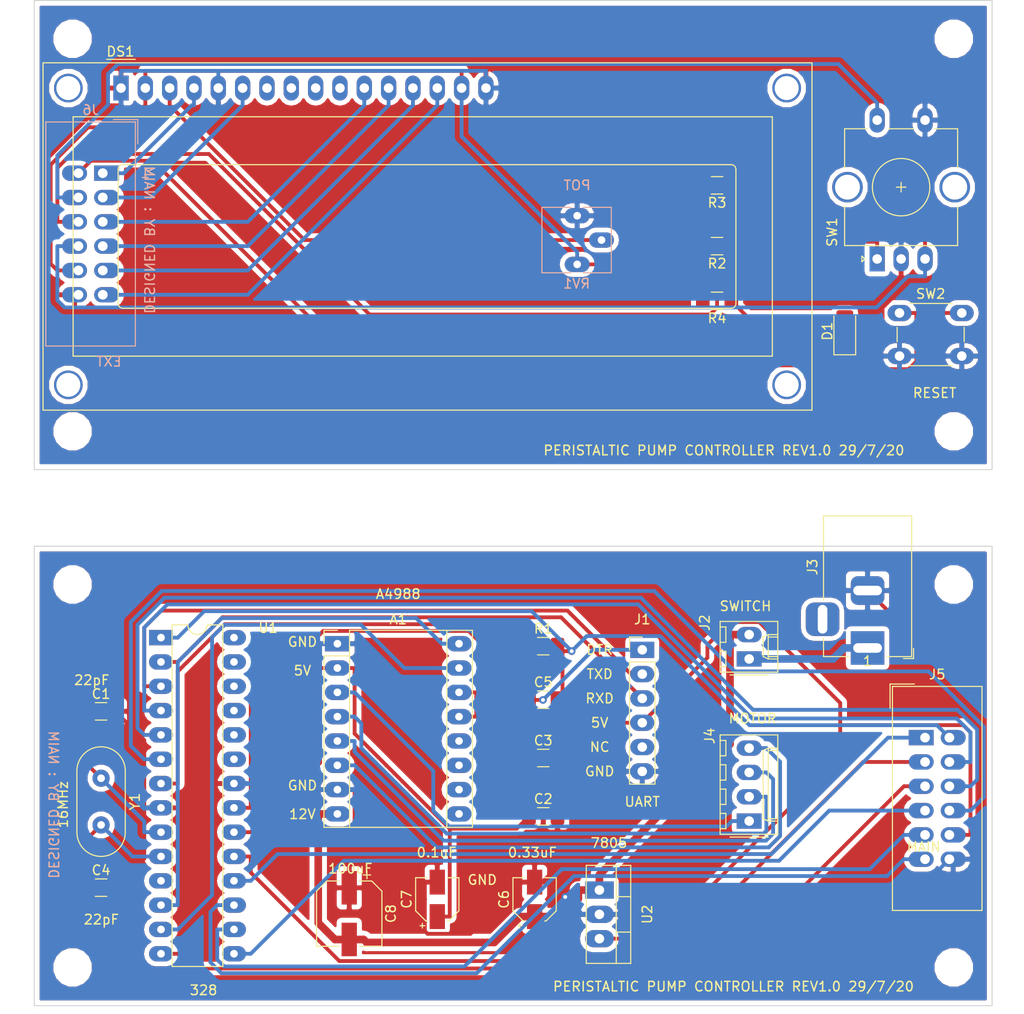
<source format=kicad_pcb>
(kicad_pcb (version 20171130) (host pcbnew "(5.0.1)-rc2")
  (layers (0 F.Cu signal) (31 B.Cu signal) (34 B.Paste user) (35 F.Paste user) (36 B.SilkS user) (37 F.SilkS user) (38 B.Mask user) (39 F.Mask user) (44 Edge.Cuts user))
  (net 0 "")
  (net 1 GND)
  (net 2 +5V)
  (net 3 "Net-(A1-Pad3)")
  (net 4 "Net-(A1-Pad4)")
  (net 5 "Net-(A1-Pad5)")
  (net 6 "Net-(A1-Pad13)")
  (net 7 "Net-(A1-Pad6)")
  (net 8 /D7)
  (net 9 +12V)
  (net 10 /D6)
  (net 11 /XTAL1)
  (net 12 "Net-(C3-Pad1)")
  (net 13 /XTAL2)
  (net 14 /DTR)
  (net 15 /RST)
  (net 16 GNDA)
  (net 17 "Net-(D1-Pad2)")
  (net 18 +5VA)
  (net 19 "Net-(DS1-Pad3)")
  (net 20 /Extension/LCD_RS)
  (net 21 /Extension/LCD_EN)
  (net 22 /Extension/LCD_D4)
  (net 23 /Extension/LCD_D5)
  (net 24 /Extension/LCD_D6)
  (net 25 /Extension/LCD_D7)
  (net 26 /TXD)
  (net 27 /RXD)
  (net 28 /POWER_SWITCH)
  (net 29 /D11)
  (net 30 /D10)
  (net 31 /D4)
  (net 32 /D9)
  (net 33 /D3)
  (net 34 /D8)
  (net 35 /D2)
  (net 36 /D13)
  (net 37 /D12)
  (net 38 /Extension/SW_RST)
  (net 39 /Extension/ENCODER_S1)
  (net 40 /Extension/ENCODER_A)
  (net 41 /Extension/ENCODER_B)
  (module "Peristaltic Pump PCB:Crystal_HC49-4H_Vertical" (layer F.Cu) (at 55.975 141.24 270)
    (fp_text reference Y1 (at 2.44 -3.525 270) (layer F.SilkS))
    (fp_text value 16MHz)
    (pad 1 thru_hole circle (at 0 0 270) (size 1.8 1.8) (drill 0.8) (layers *.Cu *.Mask) (net 11 /XTAL1))
    (pad 2 thru_hole circle (at 4.88 0 270) (size 1.8 1.8) (drill 0.8) (layers *.Cu *.Mask) (net 13 /XTAL2))
  )
  (module MountingHole:MountingHole_3mm (layer F.Cu) (at 145 121)
    (fp_text reference MT8 hide)
    (fp_text value MountingHole_3mm hide)
    (pad 1 np_thru_hole circle (at 0 0) (size 3 3) (drill 3) (layers *.Cu *.Mask))
  )
  (module "Peristaltic Pump PCB:R_1206_3216Metric_Pad1.42x1.75mm_HandSolder" (layer F.Cu) (at 102.14 127.444)
    (fp_text reference R1 (at 0 -1.82) (layer F.SilkS))
    (fp_text value 10K)
    (pad 2 smd roundrect (at 1.4875 0) (size 1.425 1.75) (layers F.Cu F.Paste F.Mask) (roundrect_rratio 0.175439) (net 15 /RST))
    (pad 1 smd roundrect (at -1.4875 0) (size 1.425 1.75) (layers F.Cu F.Paste F.Mask) (roundrect_rratio 0.175439) (net 2 +5V))
  )
  (module "Peristaltic Pump PCB:Molex_KK-254_AE-6410-04A_1x04_P2.54mm_Vertical" (layer F.Cu) (at 123.636 145.715 90)
    (fp_text reference J4 (at 8.89 -4.12 90) (layer F.SilkS))
    (fp_text value NEMA17_Motor)
    (pad 1 thru_hole rect (at 0 0 90) (size 1.6 2.6) (drill 1) (layers *.Cu *.Mask) (net 3 "Net-(A1-Pad3)"))
    (pad 2 thru_hole oval (at 2.54 0 90) (size 1.6 2.6) (drill 1) (layers *.Cu *.Mask) (net 4 "Net-(A1-Pad4)"))
    (pad 3 thru_hole oval (at 5.08 0 90) (size 1.6 2.6) (drill 1) (layers *.Cu *.Mask) (net 5 "Net-(A1-Pad5)"))
    (pad 4 thru_hole oval (at 7.62 0 90) (size 1.6 2.6) (drill 1) (layers *.Cu *.Mask) (net 7 "Net-(A1-Pad6)"))
  )
  (module MountingHole:MountingHole_3mm (layer F.Cu) (at 145 161)
    (fp_text reference MT7 hide)
    (fp_text value MountingHole_3mm)
    (pad 1 np_thru_hole circle (at 0 0) (size 3 3) (drill 3) (layers *.Cu *.Mask))
  )
  (module "Peristaltic Pump PCB:IDC-Header_2x06_P2.54mm_Vertical" (layer F.Cu) (at 142 137)
    (fp_text reference J5 (at 1.27 -6.604) (layer F.SilkS))
    (fp_text value "MAIN BOARD CONN ")
    (pad 12 thru_hole oval (at 2.54 12.7) (size 2.6 1.6) (drill 1.016 (offset 0.4 0)) (layers *.Cu *.Mask) (net 1 GND))
    (pad 11 thru_hole oval (at 0 12.7) (size 2.6 1.6) (drill 1.016 (offset -0.4 0)) (layers *.Cu *.Mask) (net 29 /D11))
    (pad 10 thru_hole oval (at 2.54 10.16) (size 2.6 1.6) (drill 1.016 (offset 0.4 0)) (layers *.Cu *.Mask) (net 2 +5V))
    (pad 9 thru_hole oval (at 0 10.16) (size 2.6 1.6) (drill 1.016 (offset -0.4 0)) (layers *.Cu *.Mask) (net 30 /D10))
    (pad 8 thru_hole oval (at 2.54 7.62) (size 2.6 1.6) (drill 1.016 (offset 0.4 0)) (layers *.Cu *.Mask) (net 31 /D4))
    (pad 7 thru_hole oval (at 0 7.62) (size 2.6 1.6) (drill 1.016 (offset -0.4 0)) (layers *.Cu *.Mask) (net 32 /D9))
    (pad 6 thru_hole oval (at 2.54 5.08) (size 2.6 1.6) (drill 1.016 (offset 0.4 0)) (layers *.Cu *.Mask) (net 33 /D3))
    (pad 5 thru_hole oval (at 0 5.08) (size 2.6 1.6) (drill 1.016 (offset -0.4 0)) (layers *.Cu *.Mask) (net 34 /D8))
    (pad 4 thru_hole oval (at 2.54 2.54) (size 2.6 1.6) (drill 1.016 (offset 0.4 0)) (layers *.Cu *.Mask) (net 35 /D2))
    (pad 3 thru_hole oval (at 0 2.54) (size 2.6 1.6) (drill 1.016 (offset -0.4 0)) (layers *.Cu *.Mask) (net 36 /D13))
    (pad 2 thru_hole oval (at 2.54 0) (size 2.6 1.6) (drill 1.016 (offset 0.4 0)) (layers *.Cu *.Mask) (net 15 /RST))
    (pad 1 thru_hole rect (at 0 0) (size 2.6 1.6) (drill 1.016 (offset -0.4 0)) (layers *.Cu *.Mask) (net 37 /D12))
  )
  (module "Peristaltic Pump PCB:TO-220-3_Vertical" (layer F.Cu) (at 108 152.92 270)
    (fp_text reference U2 (at 2.54 -5 270) (layer F.SilkS))
    (fp_text value LM7805_TO220)
    (pad 3 thru_hole oval (at 5.08 0 270) (size 1.8 3) (drill 1) (layers *.Cu *.Mask) (net 2 +5V))
    (pad 2 thru_hole oval (at 2.54 0 270) (size 1.8 3) (drill 1) (layers *.Cu *.Mask) (net 1 GND))
    (pad 1 thru_hole rect (at 0 0 270) (size 1.8 3) (drill 1) (layers *.Cu *.Mask) (net 9 +12V))
  )
  (module "Peristaltic Pump PCB:CP_Elec_6.3x5.8" (layer F.Cu) (at 81.884 155.384 270)
    (fp_text reference C8 (at 0 -4.35 270) (layer F.SilkS))
    (fp_text value 100uF)
    (pad 1 smd rect (at -2.7 0 270) (size 3.5 1.6) (layers F.Cu F.Paste F.Mask) (net 1 GND))
    (pad 2 smd rect (at 2.7 0 270) (size 3.5 1.6) (layers F.Cu F.Paste F.Mask) (net 9 +12V))
  )
  (module "Peristaltic Pump PCB:Pin_Header_Straight_1x06_Pitch2.54mm" (layer F.Cu) (at 112.475 127.825)
    (fp_text reference J1 (at 0 -3.175) (layer F.SilkS))
    (fp_text value UC00A_UART)
    (pad 1 thru_hole rect (at 0 0) (size 2.5 1.7) (drill 1) (layers *.Cu *.Mask) (net 14 /DTR))
    (pad 2 thru_hole oval (at 0 2.54) (size 2.5 1.7) (drill 1) (layers *.Cu *.Mask) (net 26 /TXD))
    (pad 3 thru_hole oval (at 0 5.08) (size 2.5 1.7) (drill 1) (layers *.Cu *.Mask) (net 27 /RXD))
    (pad 4 thru_hole oval (at 0 7.62) (size 2.5 1.7) (drill 1) (layers *.Cu *.Mask) (net 2 +5V))
    (pad 5 thru_hole oval (at 0 10.16) (size 2.5 1.7) (drill 1) (layers *.Cu *.Mask))
    (pad 6 thru_hole oval (at 0 12.7) (size 2.5 1.7) (drill 1) (layers *.Cu *.Mask) (net 1 GND))
  )
  (module MountingHole:MountingHole_3mm (layer F.Cu) (at 53 121)
    (fp_text reference MT5 hide)
    (fp_text value MountingHole_3mm hide)
    (pad 1 np_thru_hole circle (at 0 0) (size 3 3) (drill 3) (layers *.Cu *.Mask))
  )
  (module "Peristaltic Pump PCB:DIP-28_W7.62mm" (layer F.Cu) (at 62.23 126.555)
    (fp_text reference U1 (at 11.176 -1.016) (layer F.SilkS))
    (fp_text value ATmega328-PU)
    (pad 28 thru_hole oval (at 7.62 0) (size 2.5 1.6) (drill 0.8) (layers *.Cu *.Mask))
    (pad 14 thru_hole oval (at 0 33.02) (size 2.5 1.6) (drill 0.8) (layers *.Cu *.Mask) (net 34 /D8))
    (pad 27 thru_hole oval (at 7.62 2.54) (size 2.5 1.6) (drill 0.8) (layers *.Cu *.Mask))
    (pad 13 thru_hole oval (at 0 30.48) (size 2.5 1.6) (drill 0.8) (layers *.Cu *.Mask) (net 8 /D7))
    (pad 26 thru_hole oval (at 7.62 5.08) (size 2.5 1.6) (drill 0.8) (layers *.Cu *.Mask))
    (pad 12 thru_hole oval (at 0 27.94) (size 2.5 1.6) (drill 0.8) (layers *.Cu *.Mask) (net 10 /D6))
    (pad 25 thru_hole oval (at 7.62 7.62) (size 2.5 1.6) (drill 0.8) (layers *.Cu *.Mask))
    (pad 11 thru_hole oval (at 0 25.4) (size 2.5 1.6) (drill 0.8) (layers *.Cu *.Mask))
    (pad 24 thru_hole oval (at 7.62 10.16) (size 2.5 1.6) (drill 0.8) (layers *.Cu *.Mask))
    (pad 10 thru_hole oval (at 0 22.86) (size 2.5 1.6) (drill 0.8) (layers *.Cu *.Mask) (net 13 /XTAL2))
    (pad 23 thru_hole oval (at 7.62 12.7) (size 2.5 1.6) (drill 0.8) (layers *.Cu *.Mask))
    (pad 9 thru_hole oval (at 0 20.32) (size 2.5 1.6) (drill 0.8) (layers *.Cu *.Mask) (net 11 /XTAL1))
    (pad 22 thru_hole oval (at 7.62 15.24) (size 2.5 1.6) (drill 0.8) (layers *.Cu *.Mask) (net 1 GND))
    (pad 8 thru_hole oval (at 0 17.78) (size 2.5 1.6) (drill 0.8) (layers *.Cu *.Mask) (net 1 GND))
    (pad 21 thru_hole oval (at 7.62 17.78) (size 2.5 1.6) (drill 0.8) (layers *.Cu *.Mask) (net 12 "Net-(C3-Pad1)"))
    (pad 7 thru_hole oval (at 0 15.24) (size 2.5 1.6) (drill 0.8) (layers *.Cu *.Mask) (net 2 +5V))
    (pad 20 thru_hole oval (at 7.62 20.32) (size 2.5 1.6) (drill 0.8) (layers *.Cu *.Mask) (net 2 +5V))
    (pad 6 thru_hole oval (at 0 12.7) (size 2.5 1.6) (drill 0.8) (layers *.Cu *.Mask) (net 31 /D4))
    (pad 19 thru_hole oval (at 7.62 22.86) (size 2.5 1.6) (drill 0.8) (layers *.Cu *.Mask) (net 36 /D13))
    (pad 5 thru_hole oval (at 0 10.16) (size 2.5 1.6) (drill 0.8) (layers *.Cu *.Mask) (net 33 /D3))
    (pad 18 thru_hole oval (at 7.62 25.4) (size 2.5 1.6) (drill 0.8) (layers *.Cu *.Mask) (net 37 /D12))
    (pad 4 thru_hole oval (at 0 7.62) (size 2.5 1.6) (drill 0.8) (layers *.Cu *.Mask) (net 35 /D2))
    (pad 17 thru_hole oval (at 7.62 27.94) (size 2.5 1.6) (drill 0.8) (layers *.Cu *.Mask) (net 29 /D11))
    (pad 3 thru_hole oval (at 0 5.08) (size 2.5 1.6) (drill 0.8) (layers *.Cu *.Mask) (net 26 /TXD))
    (pad 16 thru_hole oval (at 7.62 30.48) (size 2.5 1.6) (drill 0.8) (layers *.Cu *.Mask) (net 30 /D10))
    (pad 2 thru_hole oval (at 0 2.54) (size 2.5 1.6) (drill 0.8) (layers *.Cu *.Mask) (net 27 /RXD))
    (pad 15 thru_hole oval (at 7.62 33.02) (size 2.5 1.6) (drill 0.8) (layers *.Cu *.Mask) (net 32 /D9))
    (pad 1 thru_hole rect (at 0 0) (size 2.5 1.6) (drill 0.8) (layers *.Cu *.Mask) (net 15 /RST))
  )
  (module "Peristaltic Pump PCB:Molex_KK-254_AE-6410-02A_1x02_P2.54mm_Vertical" (layer F.Cu) (at 123.636 128.78 90)
    (fp_text reference J2 (at 3.78 -4.636 90) (layer F.SilkS))
    (fp_text value Power_Switch)
    (pad 1 thru_hole rect (at 0 0 90) (size 1.6 2.6) (drill 1) (layers *.Cu *.Mask) (net 28 /POWER_SWITCH))
    (pad 2 thru_hole oval (at 2.54 0 90) (size 1.6 2.6) (drill 1) (layers *.Cu *.Mask) (net 9 +12V))
  )
  (module "Peristaltic Pump PCB:C_1206_3216Metric_Pad1.42x1.75mm_HandSolder" (layer F.Cu) (at 102.14 145.224)
    (fp_text reference C2 (at 0 -1.82) (layer F.SilkS))
    (fp_text value 100nF)
    (pad 1 smd roundrect (at -1.4875 0) (size 1.425 1.75) (layers F.Cu F.Paste F.Mask) (roundrect_rratio 0.175439) (net 2 +5V))
    (pad 2 smd roundrect (at 1.4875 0) (size 1.425 1.75) (layers F.Cu F.Paste F.Mask) (roundrect_rratio 0.175439) (net 1 GND))
  )
  (module MountingHole:MountingHole_3mm (layer F.Cu) (at 53 161)
    (fp_text reference MT6 hide)
    (fp_text value MountingHole_3mm hide)
    (pad 1 np_thru_hole circle (at 0 0) (size 3 3) (drill 3) (layers *.Cu *.Mask))
  )
  (module "Peristaltic Pump PCB:Pololu_Breakout-16_15.2x20.3mm" (layer F.Cu) (at 80.645 127.19)
    (fp_text reference A1 (at 6.35 -2.54) (layer F.SilkS))
    (fp_text value Pololu_Breakout_A4988)
    (pad 1 thru_hole rect (at 0 0) (size 2.6 1.6) (drill 0.8) (layers *.Cu *.Mask) (net 1 GND))
    (pad 9 thru_hole oval (at 12.7 17.78) (size 2.6 1.6) (drill 0.8) (layers *.Cu *.Mask))
    (pad 2 thru_hole oval (at 0 2.54) (size 2.6 1.6) (drill 0.8) (layers *.Cu *.Mask) (net 2 +5V))
    (pad 10 thru_hole oval (at 12.7 15.24) (size 2.6 1.6) (drill 0.8) (layers *.Cu *.Mask))
    (pad 3 thru_hole oval (at 0 5.08) (size 2.6 1.6) (drill 0.8) (layers *.Cu *.Mask) (net 3 "Net-(A1-Pad3)"))
    (pad 11 thru_hole oval (at 12.7 12.7) (size 2.6 1.6) (drill 0.8) (layers *.Cu *.Mask))
    (pad 4 thru_hole oval (at 0 7.62) (size 2.6 1.6) (drill 0.8) (layers *.Cu *.Mask) (net 4 "Net-(A1-Pad4)"))
    (pad 12 thru_hole oval (at 12.7 10.16) (size 2.6 1.6) (drill 0.8) (layers *.Cu *.Mask))
    (pad 5 thru_hole oval (at 0 10.16) (size 2.6 1.6) (drill 0.8) (layers *.Cu *.Mask) (net 5 "Net-(A1-Pad5)"))
    (pad 13 thru_hole oval (at 12.7 7.62) (size 2.6 1.6) (drill 0.8) (layers *.Cu *.Mask) (net 6 "Net-(A1-Pad13)"))
    (pad 6 thru_hole oval (at 0 12.7) (size 2.6 1.6) (drill 0.8) (layers *.Cu *.Mask) (net 7 "Net-(A1-Pad6)"))
    (pad 14 thru_hole oval (at 12.7 5.08) (size 2.6 1.6) (drill 0.8) (layers *.Cu *.Mask) (net 6 "Net-(A1-Pad13)"))
    (pad 7 thru_hole oval (at 0 15.24) (size 2.6 1.6) (drill 0.8) (layers *.Cu *.Mask) (net 1 GND))
    (pad 15 thru_hole oval (at 12.7 2.54) (size 2.6 1.6) (drill 0.8) (layers *.Cu *.Mask) (net 8 /D7))
    (pad 8 thru_hole oval (at 0 17.78) (size 2.6 1.6) (drill 0.8) (layers *.Cu *.Mask) (net 9 +12V))
    (pad 16 thru_hole oval (at 12.7 0) (size 2.6 1.6) (drill 0.8) (layers *.Cu *.Mask) (net 10 /D6))
  )
  (module "Peristaltic Pump PCB:C_1206_3216Metric_Pad1.42x1.75mm_HandSolder" (layer F.Cu) (at 102.14 133.032)
    (fp_text reference C5 (at 0 -1.82) (layer F.SilkS))
    (fp_text value 100nF)
    (pad 1 smd roundrect (at -1.4875 0) (size 1.425 1.75) (layers F.Cu F.Paste F.Mask) (roundrect_rratio 0.175439) (net 14 /DTR))
    (pad 2 smd roundrect (at 1.4875 0) (size 1.425 1.75) (layers F.Cu F.Paste F.Mask) (roundrect_rratio 0.175439) (net 15 /RST))
  )
  (module "Peristaltic Pump PCB:CP_Elec_4x5.4" (layer F.Cu) (at 91.076 153.892 90)
    (fp_text reference C7 (at 0 -3.2 90) (layer F.SilkS))
    (fp_text value 0.1uF)
    (pad 1 smd rect (at -1.8 0 90) (size 2.6 1.6) (layers F.Cu F.Paste F.Mask) (net 2 +5V))
    (pad 2 smd rect (at 1.8 0 90) (size 2.6 1.6) (layers F.Cu F.Paste F.Mask) (net 1 GND))
  )
  (module "Peristaltic Pump PCB:C_1206_3216Metric_Pad1.42x1.75mm_HandSolder" (layer F.Cu) (at 55.975 134.255)
    (fp_text reference C1 (at 0 -1.82) (layer F.SilkS))
    (fp_text value 22pF)
    (pad 2 smd roundrect (at 1.4875 0) (size 1.425 1.75) (layers F.Cu F.Paste F.Mask) (roundrect_rratio 0.175439) (net 1 GND))
    (pad 1 smd roundrect (at -1.4875 0) (size 1.425 1.75) (layers F.Cu F.Paste F.Mask) (roundrect_rratio 0.175439) (net 11 /XTAL1))
  )
  (module "Peristaltic Pump PCB:C_1206_3216Metric_Pad1.42x1.75mm_HandSolder" (layer F.Cu) (at 55.975 152.67)
    (fp_text reference C4 (at 0 -1.82) (layer F.SilkS))
    (fp_text value 22pF)
    (pad 1 smd roundrect (at -1.4875 0) (size 1.425 1.75) (layers F.Cu F.Paste F.Mask) (roundrect_rratio 0.175439) (net 13 /XTAL2))
    (pad 2 smd roundrect (at 1.4875 0) (size 1.425 1.75) (layers F.Cu F.Paste F.Mask) (roundrect_rratio 0.175439) (net 1 GND))
  )
  (module "Peristaltic Pump PCB:CP_Elec_4x5.4" (layer F.Cu) (at 101.236 153.892 90)
    (fp_text reference C6 (at 0 -3.2 90) (layer F.SilkS))
    (fp_text value 0.33uF)
    (pad 2 smd rect (at 1.8 0 90) (size 2.6 1.6) (layers F.Cu F.Paste F.Mask) (net 1 GND))
    (pad 1 smd rect (at -1.8 0 90) (size 2.6 1.6) (layers F.Cu F.Paste F.Mask) (net 9 +12V))
  )
  (module "Peristaltic Pump PCB:BarrelJack_Horizontal" (layer F.Cu) (at 136 127.635 270)
    (fp_text reference J3 (at -8.45 5.75 270) (layer F.SilkS))
    (fp_text value Barrel_Jack_MountingPin)
    (pad 1 thru_hole rect (at 0 0 270) (size 3.5 3.5) (drill oval 1 3) (layers *.Cu *.Mask) (net 28 /POWER_SWITCH))
    (pad 2 thru_hole roundrect (at -6 0 270) (size 3 3.5) (drill oval 1 3) (layers *.Cu *.Mask) (net 1 GND))
    (pad 3 thru_hole roundrect (at -3 4.7 270) (size 3.5 3.5) (drill oval 3 1) (layers *.Cu *.Mask))
  )
  (module "Peristaltic Pump PCB:C_1206_3216Metric_Pad1.42x1.75mm_HandSolder" (layer F.Cu) (at 102.14 139.128)
    (fp_text reference C3 (at 0 -1.82) (layer F.SilkS))
    (fp_text value 100nF)
    (pad 2 smd roundrect (at 1.4875 0) (size 1.425 1.75) (layers F.Cu F.Paste F.Mask) (roundrect_rratio 0.175439) (net 1 GND))
    (pad 1 smd roundrect (at -1.4875 0) (size 1.425 1.75) (layers F.Cu F.Paste F.Mask) (roundrect_rratio 0.175439) (net 12 "Net-(C3-Pad1)"))
  )
  (module "Peristaltic Pump PCB:IDC-Header_2x06_P2.54mm_Vertical" (layer B.Cu) (at 56.15 78.04 180)
    (fp_text reference J6 (at 1.27 6.604 180) (layer B.SilkS) (effects (justify mirror)))
    (fp_text value "EXTENSION BOARD CONN")
    (pad 1 thru_hole rect (at 0 0 180) (size 2.6 1.6) (drill 1.016 (offset -0.4 0)) (layers *.Cu *.Mask) (net 20 /Extension/LCD_RS))
    (pad 2 thru_hole oval (at 2.54 0 180) (size 2.6 1.6) (drill 1.016 (offset 0.4 0)) (layers *.Cu *.Mask) (net 38 /Extension/SW_RST))
    (pad 3 thru_hole oval (at 0 -2.54 180) (size 2.6 1.6) (drill 1.016 (offset -0.4 0)) (layers *.Cu *.Mask) (net 21 /Extension/LCD_EN))
    (pad 4 thru_hole oval (at 2.54 -2.54 180) (size 2.6 1.6) (drill 1.016 (offset 0.4 0)) (layers *.Cu *.Mask) (net 39 /Extension/ENCODER_S1))
    (pad 5 thru_hole oval (at 0 -5.08 180) (size 2.6 1.6) (drill 1.016 (offset -0.4 0)) (layers *.Cu *.Mask) (net 22 /Extension/LCD_D4))
    (pad 6 thru_hole oval (at 2.54 -5.08 180) (size 2.6 1.6) (drill 1.016 (offset 0.4 0)) (layers *.Cu *.Mask) (net 40 /Extension/ENCODER_A))
    (pad 7 thru_hole oval (at 0 -7.62 180) (size 2.6 1.6) (drill 1.016 (offset -0.4 0)) (layers *.Cu *.Mask) (net 23 /Extension/LCD_D5))
    (pad 8 thru_hole oval (at 2.54 -7.62 180) (size 2.6 1.6) (drill 1.016 (offset 0.4 0)) (layers *.Cu *.Mask) (net 41 /Extension/ENCODER_B))
    (pad 9 thru_hole oval (at 0 -10.16 180) (size 2.6 1.6) (drill 1.016 (offset -0.4 0)) (layers *.Cu *.Mask) (net 24 /Extension/LCD_D6))
    (pad 10 thru_hole oval (at 2.54 -10.16 180) (size 2.6 1.6) (drill 1.016 (offset 0.4 0)) (layers *.Cu *.Mask) (net 18 +5VA))
    (pad 11 thru_hole oval (at 0 -12.7 180) (size 2.6 1.6) (drill 1.016 (offset -0.4 0)) (layers *.Cu *.Mask) (net 25 /Extension/LCD_D7))
    (pad 12 thru_hole oval (at 2.54 -12.7 180) (size 2.6 1.6) (drill 1.016 (offset 0.4 0)) (layers *.Cu *.Mask) (net 16 GNDA))
  )
  (module "Peristaltic Pump PCB:RotaryEncoder_Alps_EC11E-Switch_Vertical_H20mm_CircularMountingHoles" (layer F.Cu) (at 137 87 90)
    (fp_text reference SW1 (at 2.8 -4.7 90) (layer F.SilkS))
    (fp_text value Rotary_Encoder_Switch)
    (pad S2 thru_hole oval (at 14.5 5 90) (size 2.6 1.6) (drill 1) (layers *.Cu *.Mask) (net 16 GNDA))
    (pad S1 thru_hole oval (at 14.5 0 90) (size 2.6 1.6) (drill 1) (layers *.Cu *.Mask) (net 39 /Extension/ENCODER_S1))
    (pad MP thru_hole circle (at 7.5 8.1 90) (size 3.2 3.2) (drill 2.6) (layers *.Cu *.Mask))
    (pad MP thru_hole circle (at 7.5 -3.1 90) (size 3.2 3.2) (drill 2.6) (layers *.Cu *.Mask))
    (pad B thru_hole oval (at 0 5 90) (size 2.6 1.6) (drill 1) (layers *.Cu *.Mask) (net 41 /Extension/ENCODER_B))
    (pad C thru_hole oval (at 0 2.5 90) (size 2.6 1.6) (drill 1) (layers *.Cu *.Mask) (net 16 GNDA))
    (pad A thru_hole rect (at 0 0 90) (size 2.6 1.6) (drill 1) (layers *.Cu *.Mask) (net 40 /Extension/ENCODER_A))
  )
  (module MountingHole:MountingHole_3mm (layer F.Cu) (at 53 64)
    (fp_text reference MT3 hide)
    (fp_text value MountingHole_3mm hide)
    (pad 1 np_thru_hole circle (at 0 0) (size 3 3) (drill 3) (layers *.Cu *.Mask))
  )
  (module MountingHole:MountingHole_3mm (layer F.Cu) (at 145 64)
    (fp_text reference MT2 hide)
    (fp_text value MountingHole_3mm hide)
    (pad 1 np_thru_hole circle (at 0 0) (size 3 3) (drill 3) (layers *.Cu *.Mask))
  )
  (module MountingHole:MountingHole_3mm (layer F.Cu) (at 53 105)
    (fp_text reference MT4 hide)
    (fp_text value MountingHole_3mm hide)
    (pad 1 np_thru_hole circle (at 0 0) (size 3 3) (drill 3) (layers *.Cu *.Mask))
  )
  (module MountingHole:MountingHole_3mm (layer F.Cu) (at 145 105)
    (fp_text reference MT1 hide)
    (fp_text value MountingHole_3mm hide)
    (pad 1 np_thru_hole circle (at 0 0) (size 3 3) (drill 3) (layers *.Cu *.Mask))
  )
  (module "Peristaltic Pump PCB:R_1206_3216Metric_Pad1.42x1.75mm_HandSolder" (layer F.Cu) (at 120.285 85.66 180)
    (fp_text reference R2 (at 0 -1.82 180) (layer F.SilkS))
    (fp_text value 10K)
    (pad 1 smd roundrect (at -1.4875 0 180) (size 1.425 1.75) (layers F.Cu F.Paste F.Mask) (roundrect_rratio 0.175439) (net 40 /Extension/ENCODER_A))
    (pad 2 smd roundrect (at 1.4875 0 180) (size 1.425 1.75) (layers F.Cu F.Paste F.Mask) (roundrect_rratio 0.175439) (net 18 +5VA))
  )
  (module "Peristaltic Pump PCB:R_1206_3216Metric_Pad1.42x1.75mm_HandSolder" (layer F.Cu) (at 120.285 91.375 180)
    (fp_text reference R4 (at 0 -1.82 180) (layer F.SilkS))
    (fp_text value 2.2K)
    (pad 1 smd roundrect (at -1.4875 0 180) (size 1.425 1.75) (layers F.Cu F.Paste F.Mask) (roundrect_rratio 0.175439) (net 17 "Net-(D1-Pad2)"))
    (pad 2 smd roundrect (at 1.4875 0 180) (size 1.425 1.75) (layers F.Cu F.Paste F.Mask) (roundrect_rratio 0.175439) (net 18 +5VA))
  )
  (module "Peristaltic Pump PCB:R_1206_3216Metric_Pad1.42x1.75mm_HandSolder" (layer F.Cu) (at 120.285 79.31 180)
    (fp_text reference R3 (at 0 -1.82 180) (layer F.SilkS))
    (fp_text value 10K)
    (pad 2 smd roundrect (at 1.4875 0 180) (size 1.425 1.75) (layers F.Cu F.Paste F.Mask) (roundrect_rratio 0.175439) (net 18 +5VA))
    (pad 1 smd roundrect (at -1.4875 0 180) (size 1.425 1.75) (layers F.Cu F.Paste F.Mask) (roundrect_rratio 0.175439) (net 41 /Extension/ENCODER_B))
  )
  (module "Peristaltic Pump PCB:WC1602A" (layer F.Cu) (at 58.055 69.15)
    (fp_text reference DS1 (at -0.055 -3.81) (layer F.SilkS))
    (fp_text value LCD_16X2)
    (pad 1 thru_hole rect (at 0 0) (size 1.6 2.6) (drill 1) (layers *.Cu *.Mask) (net 16 GNDA))
    (pad 2 thru_hole oval (at 2.54 0) (size 1.6 2.6) (drill 1) (layers *.Cu *.Mask) (net 18 +5VA))
    (pad 3 thru_hole oval (at 5.08 0) (size 1.6 2.6) (drill 1) (layers *.Cu *.Mask) (net 19 "Net-(DS1-Pad3)"))
    (pad 4 thru_hole oval (at 7.62 0) (size 1.6 2.6) (drill 1) (layers *.Cu *.Mask) (net 20 /Extension/LCD_RS))
    (pad 5 thru_hole oval (at 10.16 0) (size 1.6 2.6) (drill 1) (layers *.Cu *.Mask) (net 16 GNDA))
    (pad 6 thru_hole oval (at 12.7 0) (size 1.6 2.6) (drill 1) (layers *.Cu *.Mask) (net 21 /Extension/LCD_EN))
    (pad 7 thru_hole oval (at 15.24 0) (size 1.6 2.6) (drill 1) (layers *.Cu *.Mask))
    (pad 8 thru_hole oval (at 17.78 0) (size 1.6 2.6) (drill 1) (layers *.Cu *.Mask))
    (pad 9 thru_hole oval (at 20.32 0) (size 1.6 2.6) (drill 1) (layers *.Cu *.Mask))
    (pad 10 thru_hole oval (at 22.86 0) (size 1.6 2.6) (drill 1) (layers *.Cu *.Mask))
    (pad 11 thru_hole oval (at 25.4 0) (size 1.6 2.6) (drill 1) (layers *.Cu *.Mask) (net 22 /Extension/LCD_D4))
    (pad 12 thru_hole oval (at 27.94 0) (size 1.6 2.6) (drill 1) (layers *.Cu *.Mask) (net 23 /Extension/LCD_D5))
    (pad 13 thru_hole oval (at 30.48 0) (size 1.6 2.6) (drill 1) (layers *.Cu *.Mask) (net 24 /Extension/LCD_D6))
    (pad 14 thru_hole oval (at 33.02 0) (size 1.6 2.6) (drill 1) (layers *.Cu *.Mask) (net 25 /Extension/LCD_D7))
    (pad 15 thru_hole oval (at 35.56 0) (size 1.6 2.6) (drill 1) (layers *.Cu *.Mask) (net 18 +5VA))
    (pad 16 thru_hole oval (at 38.1 0) (size 1.6 2.6) (drill 1) (layers *.Cu *.Mask) (net 16 GNDA))
    (pad "" thru_hole circle (at -5.4991 0) (size 3 3) (drill 2.5) (layers *.Cu *.Mask))
    (pad "" thru_hole circle (at -5.4991 31.0007) (size 3 3) (drill 2.5) (layers *.Cu *.Mask))
    (pad "" thru_hole circle (at 69.49948 31.0007) (size 3 3) (drill 2.5) (layers *.Cu *.Mask))
    (pad "" thru_hole circle (at 69.5 0) (size 3 3) (drill 2.5) (layers *.Cu *.Mask))
  )
  (module "Peristaltic Pump PCB:LED_1206_3216Metric_Pad1.42x1.75mm_HandSolder" (layer F.Cu) (at 133.62 94.55 90)
    (fp_text reference D1 (at 0 -1.82 90) (layer F.SilkS))
    (fp_text value LED)
    (pad 1 smd roundrect (at -1.4875 0 90) (size 1.425 1.75) (layers F.Cu F.Paste F.Mask) (roundrect_rratio 0.175439) (net 16 GNDA))
    (pad 2 smd roundrect (at 1.4875 0 90) (size 1.425 1.75) (layers F.Cu F.Paste F.Mask) (roundrect_rratio 0.175439) (net 17 "Net-(D1-Pad2)"))
  )
  (module "Peristaltic Pump PCB:SW_PUSH_6mm" (layer F.Cu) (at 139.335 92.645)
    (fp_text reference SW2 (at 3.25 -2) (layer F.SilkS))
    (fp_text value RESET)
    (pad 2 thru_hole oval (at 0 4.5 90) (size 1.7 2.5) (drill 1) (layers *.Cu *.Mask) (net 16 GNDA))
    (pad 1 thru_hole oval (at 0 0 90) (size 1.7 2.5) (drill 1) (layers *.Cu *.Mask) (net 38 /Extension/SW_RST))
    (pad 2 thru_hole oval (at 6.5 4.5 90) (size 1.7 2.5) (drill 1) (layers *.Cu *.Mask) (net 16 GNDA))
    (pad 1 thru_hole oval (at 6.5 0 90) (size 1.7 2.5) (drill 1) (layers *.Cu *.Mask) (net 38 /Extension/SW_RST))
  )
  (module "Peristaltic Pump PCB:Potentiometer_Vishay_T73YP_Vertical" (layer B.Cu) (at 105.68 82.485)
    (fp_text reference RV1 (at -0.06 7.09) (layer B.SilkS) (effects (justify mirror)))
    (fp_text value R_POT_TRIM_US)
    (pad 3 thru_hole oval (at 0 5.08) (size 2.6 1.6) (drill 0.8) (layers *.Cu *.Mask) (net 18 +5VA))
    (pad 2 thru_hole oval (at 2.54 2.54) (size 2.6 1.6) (drill 0.8) (layers *.Cu *.Mask) (net 19 "Net-(DS1-Pad3)"))
    (pad 1 thru_hole oval (at 0 0) (size 2.6 1.6) (drill 0.8) (layers *.Cu *.Mask) (net 16 GNDA))
  )
  (gr_line (start 49 117) (end 49 165) (layer Edge.Cuts) (width 0.1))
  (gr_line (start 49 165) (end 149 165) (layer Edge.Cuts) (width 0.1))
  (gr_line (start 49 117) (end 149 117) (layer Edge.Cuts) (width 0.1))
  (gr_line (start 149 165) (end 149 117) (layer Edge.Cuts) (width 0.1))
  (gr_text 12V (at 77 145) (layer F.SilkS) (effects (font (size 1 1))))
  (gr_text 5V (at 77 130) (layer F.SilkS) (effects (font (size 1 1))))
  (gr_text GND (at 77 142) (layer F.SilkS) (effects (font (size 1 1))))
  (gr_text GND (at 77 127) (layer F.SilkS) (effects (font (size 1 1))))
  (gr_text DTR (at 108.03 127.825) (layer F.SilkS) (effects (font (size 1 1))))
  (gr_text "PERISTALTIC PUMP CONTROLLER REV1.0 29/7/20" (at 122 163) (layer F.SilkS) (effects (font (size 1 1))))
  (gr_text 1 (at 136 129) (layer F.SilkS) (effects (font (size 1 1))))
  (gr_text 0.1uF (at 91 149) (layer F.SilkS) (effects (font (size 1 1))))
  (gr_text MOTOR (at 124 135) (layer F.SilkS) (effects (font (size 1 1))))
  (gr_text NC (at 108.03 137.985) (layer F.SilkS) (effects (font (size 1 1))))
  (gr_text UART (at 112.475 143.7) (layer F.SilkS) (effects (font (size 1 1))))
  (gr_text GND (at 108.03 140.525) (layer F.SilkS) (effects (font (size 1 1))))
  (gr_text 328 (at 66.675 163.385) (layer F.SilkS) (effects (font (size 1 1))))
  (gr_text RXD (at 108.03 132.905) (layer F.SilkS) (effects (font (size 1 1))))
  (gr_text 5V (at 108.03 135.445) (layer F.SilkS) (effects (font (size 1 1))))
  (gr_text 0.33uF (at 101 149) (layer F.SilkS) (effects (font (size 1 1))))
  (gr_text "DESIGNED BY : NAIM" (at 51 144 270) (layer B.SilkS) (effects (font (size 1 1)) (justify mirror)))
  (gr_text TXD (at 108.03 130.365) (layer F.SilkS) (effects (font (size 1 1))))
  (gr_text MAIN (at 141.86 148.415) (layer F.SilkS) (effects (font (size 1 1))))
  (gr_text GND (at 95.775 151.86) (layer F.SilkS) (effects (font (size 1 1))))
  (gr_text 16MHz (at 52 144 90) (layer F.SilkS) (effects (font (size 1 1))))
  (gr_text 22pF (at 55 131) (layer F.SilkS) (effects (font (size 1 1))))
  (gr_text 7805 (at 109 148) (layer F.SilkS) (effects (font (size 1 1))))
  (gr_text A4988 (at 87 122) (layer F.SilkS) (effects (font (size 1 1))))
  (gr_text SWITCH (at 123.255 123.27) (layer F.SilkS) (effects (font (size 1 1))))
  (gr_text 100uF (at 82 150.685) (layer F.SilkS) (effects (font (size 1 1))))
  (gr_text 22pF (at 56 156) (layer F.SilkS) (effects (font (size 1 1))))
  (gr_line (start 49 109) (end 149 109) (layer Edge.Cuts) (width 0.1))
  (gr_line (start 149 109) (end 149 60) (layer Edge.Cuts) (width 0.1))
  (gr_line (start 149 60) (end 49 60) (layer Edge.Cuts) (width 0.1))
  (gr_line (start 49 60) (end 49 109) (layer Edge.Cuts) (width 0.1))
  (gr_text EXT (at 56.785 97.725) (layer B.SilkS) (effects (font (size 1 1)) (justify mirror)))
  (gr_text RESET (at 143 101) (layer F.SilkS) (effects (font (size 1 1))))
  (gr_text "DESIGNED BY : NAIM" (at 61 85 270) (layer B.SilkS) (effects (font (size 1 1)) (justify mirror)))
  (gr_text POT (at 105.68 79.31) (layer B.SilkS) (effects (font (size 1 1)) (justify mirror)))
  (gr_text 1 (at 60.595 78.04) (layer B.SilkS) (effects (font (size 1 1)) (justify mirror)))
  (gr_text "PERISTALTIC PUMP CONTROLLER REV1.0 29/7/20" (at 121 107) (layer F.SilkS) (effects (font (size 1 1))))
  (via (at 104.4316 153.6428) (size 0.8) (layers F.Cu B.Cu) (net 1))
  (segment (start 105.0245 140.525) (end 103.6275 139.128) (width 0.4) (layer F.Cu) (net 1))
  (segment (start 62.23 144.335) (end 60.4797 144.335) (width 0.4) (layer F.Cu) (net 1))
  (segment (start 77.2271 140.8123) (end 78.8447 142.43) (width 0.4) (layer B.Cu) (net 1))
  (segment (start 80.645 142.43) (end 78.8447 142.43) (width 0.4) (layer B.Cu) (net 1))
  (segment (start 69.85 141.795) (end 71.6003 141.795) (width 0.4) (layer B.Cu) (net 1))
  (segment (start 81.884 152.684) (end 81.884 150.4337) (width 0.4) (layer F.Cu) (net 1))
  (segment (start 112.475 140.525) (end 105.0245 140.525) (width 0.4) (layer F.Cu) (net 1))
  (segment (start 78.8447 139.1947) (end 77.2271 140.8123) (width 0.4) (layer B.Cu) (net 1))
  (segment (start 105.0245 143.827) (end 103.6275 145.224) (width 0.4) (layer F.Cu) (net 1))
  (segment (start 80.645 127.19) (end 78.8447 127.19) (width 0.4) (layer B.Cu) (net 1))
  (segment (start 82.4453 149.8724) (end 81.884 150.4337) (width 0.4) (layer F.Cu) (net 1))
  (segment (start 105.0245 140.525) (end 105.0245 143.827) (width 0.4) (layer F.Cu) (net 1))
  (segment (start 82.4453 142.43) (end 82.4453 149.8724) (width 0.4) (layer F.Cu) (net 1))
  (segment (start 60.4797 149.6528) (end 57.4625 152.67) (width 0.4) (layer F.Cu) (net 1))
  (segment (start 60.4797 137.2722) (end 60.4797 144.335) (width 0.4) (layer F.Cu) (net 1))
  (segment (start 57.4625 134.255) (end 60.4797 137.2722) (width 0.4) (layer F.Cu) (net 1))
  (segment (start 80.645 142.43) (end 82.4453 142.43) (width 0.4) (layer F.Cu) (net 1))
  (segment (start 60.4797 144.335) (end 60.4797 149.6528) (width 0.4) (layer F.Cu) (net 1))
  (segment (start 147.4611 148.9792) (end 147.4611 133.0961) (width 0.4) (layer F.Cu) (net 1))
  (segment (start 146.7403 149.7) (end 147.4611 148.9792) (width 0.4) (layer F.Cu) (net 1))
  (segment (start 65.5597 144.335) (end 62.23 144.335) (width 0.4) (layer F.Cu) (net 1))
  (segment (start 99.9357 152.092) (end 94.5354 157.4923) (width 0.4) (layer F.Cu) (net 1))
  (segment (start 101.6311 152.092) (end 101.236 152.092) (width 0.4) (layer F.Cu) (net 1))
  (segment (start 144.54 149.7) (end 146.7403 149.7) (width 0.4) (layer F.Cu) (net 1))
  (segment (start 68.0997 141.795) (end 65.5597 144.335) (width 0.4) (layer F.Cu) (net 1))
  (segment (start 94.5354 157.4923) (end 90.0665 157.4923) (width 0.4) (layer F.Cu) (net 1))
  (segment (start 101.236 152.092) (end 99.9357 152.092) (width 0.4) (layer F.Cu) (net 1))
  (segment (start 81.884 152.684) (end 83.1843 152.684) (width 0.4) (layer F.Cu) (net 1))
  (segment (start 78.8447 127.19) (end 78.8447 139.1947) (width 0.4) (layer B.Cu) (net 1))
  (segment (start 89.7757 157.2015) (end 89.7757 152.092) (width 0.4) (layer F.Cu) (net 1))
  (segment (start 76.2444 141.795) (end 71.6003 141.795) (width 0.4) (layer B.Cu) (net 1))
  (segment (start 77.2271 140.8123) (end 76.2444 141.795) (width 0.4) (layer B.Cu) (net 1))
  (segment (start 104.0871 153.6428) (end 104.4316 153.6428) (width 0.4) (layer F.Cu) (net 1))
  (segment (start 69.85 141.795) (end 68.0997 141.795) (width 0.4) (layer F.Cu) (net 1))
  (segment (start 101.6311 152.092) (end 102.0262 152.092) (width 0.4) (layer F.Cu) (net 1))
  (segment (start 138.78 155.46) (end 108 155.46) (width 0.4) (layer B.Cu) (net 1))
  (segment (start 144.54 149.7) (end 138.78 155.46) (width 0.4) (layer B.Cu) (net 1))
  (segment (start 91.076 152.092) (end 89.7757 152.092) (width 0.4) (layer F.Cu) (net 1))
  (segment (start 108 155.46) (end 105.9997 155.46) (width 0.4) (layer B.Cu) (net 1))
  (segment (start 102.0262 152.092) (end 102.5363 152.092) (width 0.4) (layer F.Cu) (net 1))
  (segment (start 103.6275 150.4907) (end 103.6275 145.224) (width 0.4) (layer F.Cu) (net 1))
  (segment (start 102.0262 152.092) (end 103.6275 150.4907) (width 0.4) (layer F.Cu) (net 1))
  (segment (start 105.9997 155.2109) (end 104.4316 153.6428) (width 0.4) (layer B.Cu) (net 1))
  (segment (start 105.9997 155.46) (end 105.9997 155.2109) (width 0.4) (layer B.Cu) (net 1))
  (segment (start 102.5363 152.092) (end 104.0871 153.6428) (width 0.4) (layer F.Cu) (net 1))
  (segment (start 90.0665 157.4923) (end 89.7757 157.2015) (width 0.4) (layer F.Cu) (net 1))
  (segment (start 89.7757 152.092) (end 83.7763 152.092) (width 0.4) (layer F.Cu) (net 1))
  (segment (start 147.4611 133.0961) (end 136 121.635) (width 0.4) (layer F.Cu) (net 1))
  (segment (start 83.7763 152.092) (end 83.1843 152.684) (width 0.4) (layer F.Cu) (net 1))
  (segment (start 99.4334 134.0206) (end 99.4334 128.6631) (width 0.4) (layer F.Cu) (net 2))
  (segment (start 102.3572 136.9444) (end 99.4334 134.0206) (width 0.4) (layer F.Cu) (net 2))
  (segment (start 95.9234 125.1531) (end 99.4334 128.6631) (width 0.4) (layer F.Cu) (net 2))
  (segment (start 133.1423 135.6928) (end 133.1423 133.3764) (width 0.4) (layer F.Cu) (net 2))
  (segment (start 133.1423 139.0637) (end 114.206 158) (width 0.4) (layer F.Cu) (net 2))
  (segment (start 102.3572 143.5193) (end 100.6525 145.224) (width 0.4) (layer F.Cu) (net 2))
  (segment (start 121.6605 124.9234) (end 119.2766 127.3073) (width 0.4) (layer F.Cu) (net 2))
  (segment (start 78.8447 129.73) (end 78.8447 139.6306) (width 0.4) (layer F.Cu) (net 2))
  (segment (start 99.4334 128.6631) (end 100.6525 127.444) (width 0.4) (layer F.Cu) (net 2))
  (segment (start 112.475 135.445) (end 103.8566 135.445) (width 0.4) (layer F.Cu) (net 2))
  (segment (start 62.23 141.795) (end 63.9803 141.795) (width 0.4) (layer F.Cu) (net 2))
  (segment (start 69.85 146.875) (end 71.6003 146.875) (width 0.4) (layer F.Cu) (net 2))
  (segment (start 80.645 129.73) (end 78.8447 129.73) (width 0.4) (layer F.Cu) (net 2))
  (segment (start 63.9803 130.0855) (end 68.9127 125.1531) (width 0.4) (layer F.Cu) (net 2))
  (segment (start 114.206 158) (end 108 158) (width 0.4) (layer F.Cu) (net 2))
  (segment (start 133.1423 135.6928) (end 133.1423 139.0637) (width 0.4) (layer F.Cu) (net 2))
  (segment (start 99.3662 146.5103) (end 100.6525 145.224) (width 0.4) (layer F.Cu) (net 2))
  (segment (start 92.3764 146.5103) (end 99.3662 146.5103) (width 0.4) (layer F.Cu) (net 2))
  (segment (start 119.2766 128.6434) (end 112.475 135.445) (width 0.4) (layer F.Cu) (net 2))
  (segment (start 119.2766 127.3073) (end 119.2766 128.6434) (width 0.4) (layer F.Cu) (net 2))
  (segment (start 124.6893 124.9234) (end 121.6605 124.9234) (width 0.4) (layer F.Cu) (net 2))
  (segment (start 68.9127 125.1531) (end 95.9234 125.1531) (width 0.4) (layer F.Cu) (net 2))
  (segment (start 82.4454 129.73) (end 82.4453 129.73) (width 0.4) (layer F.Cu) (net 2))
  (segment (start 63.9803 141.795) (end 63.9803 130.0855) (width 0.4) (layer F.Cu) (net 2))
  (segment (start 133.1423 133.3764) (end 124.6893 124.9234) (width 0.4) (layer F.Cu) (net 2))
  (segment (start 103.8566 135.445) (end 102.3572 136.9444) (width 0.4) (layer F.Cu) (net 2))
  (segment (start 102.3572 136.9444) (end 102.3572 143.5193) (width 0.4) (layer F.Cu) (net 2))
  (segment (start 82.4454 136.5793) (end 82.4454 129.73) (width 0.4) (layer F.Cu) (net 2))
  (segment (start 78.8447 139.6306) (end 71.6003 146.875) (width 0.4) (layer F.Cu) (net 2))
  (segment (start 80.7673 129.73) (end 80.645 129.73) (width 0.4) (layer F.Cu) (net 2))
  (segment (start 92.3764 146.5103) (end 82.4454 136.5793) (width 0.4) (layer F.Cu) (net 2))
  (segment (start 91.076 155.692) (end 92.3763 155.692) (width 0.4) (layer F.Cu) (net 2))
  (segment (start 80.7673 129.73) (end 82.4453 129.73) (width 0.4) (layer F.Cu) (net 2))
  (segment (start 92.3764 155.6919) (end 92.3763 155.692) (width 0.4) (layer F.Cu) (net 2))
  (segment (start 92.3764 146.5103) (end 92.3764 155.6919) (width 0.4) (layer F.Cu) (net 2))
  (segment (start 144.54 147.16) (end 146.7403 147.16) (width 0.4) (layer F.Cu) (net 2))
  (segment (start 146.7403 136.449) (end 146.7403 147.16) (width 0.4) (layer F.Cu) (net 2))
  (segment (start 145.9841 135.6928) (end 146.7403 136.449) (width 0.4) (layer F.Cu) (net 2))
  (segment (start 133.1423 135.6928) (end 145.9841 135.6928) (width 0.4) (layer F.Cu) (net 2))
  (segment (start 121.8357 145.715) (end 121.2715 146.2792) (width 0.4) (layer B.Cu) (net 3))
  (segment (start 123.636 145.715) (end 121.8357 145.715) (width 0.4) (layer B.Cu) (net 3))
  (segment (start 121.2715 146.2792) (end 92.3079 146.2792) (width 0.4) (layer B.Cu) (net 3))
  (segment (start 90.6536 140.4783) (end 82.4453 132.27) (width 0.4) (layer B.Cu) (net 3))
  (segment (start 92.3079 146.2792) (end 90.6537 144.625) (width 0.4) (layer B.Cu) (net 3))
  (segment (start 80.645 132.27) (end 82.4453 132.27) (width 0.4) (layer B.Cu) (net 3))
  (segment (start 90.6537 144.625) (end 90.6537 140.4783) (width 0.4) (layer B.Cu) (net 3))
  (segment (start 90.6537 140.4783) (end 90.6536 140.4783) (width 0.4) (layer B.Cu) (net 3))
  (segment (start 125.1458 147.0154) (end 92.0536 147.0154) (width 0.4) (layer B.Cu) (net 4))
  (segment (start 83.1457 135.5104) (end 82.4453 134.81) (width 0.4) (layer B.Cu) (net 4))
  (segment (start 125.4363 143.175) (end 125.4363 146.7249) (width 0.4) (layer B.Cu) (net 4))
  (segment (start 92.0536 147.0154) (end 83.1457 138.1075) (width 0.4) (layer B.Cu) (net 4))
  (segment (start 123.636 143.175) (end 125.4363 143.175) (width 0.4) (layer B.Cu) (net 4))
  (segment (start 83.1457 138.1075) (end 83.1457 135.5104) (width 0.4) (layer B.Cu) (net 4))
  (segment (start 125.4363 146.7249) (end 125.1458 147.0154) (width 0.4) (layer B.Cu) (net 4))
  (segment (start 80.645 134.81) (end 82.4453 134.81) (width 0.4) (layer B.Cu) (net 4))
  (segment (start 126.1366 147.0149) (end 125.391 147.7605) (width 0.4) (layer B.Cu) (net 5))
  (segment (start 80.645 137.35) (end 82.4453 137.35) (width 0.4) (layer B.Cu) (net 5))
  (segment (start 125.4363 140.635) (end 126.1366 141.3353) (width 0.4) (layer B.Cu) (net 5))
  (segment (start 125.391 147.7605) (end 91.7308 147.7605) (width 0.4) (layer B.Cu) (net 5))
  (segment (start 82.4453 138.475) (end 82.4453 137.35) (width 0.4) (layer B.Cu) (net 5))
  (segment (start 126.1366 141.3353) (end 126.1366 147.0149) (width 0.4) (layer B.Cu) (net 5))
  (segment (start 123.636 140.635) (end 125.4363 140.635) (width 0.4) (layer B.Cu) (net 5))
  (segment (start 91.7308 147.7605) (end 82.4453 138.475) (width 0.4) (layer B.Cu) (net 5))
  (segment (start 95.1453 132.27) (end 95.1453 134.81) (width 0.4) (layer F.Cu) (net 6))
  (segment (start 93.345 134.81) (end 95.1453 134.81) (width 0.4) (layer F.Cu) (net 6))
  (segment (start 93.345 132.27) (end 95.1453 132.27) (width 0.4) (layer F.Cu) (net 6))
  (segment (start 80.645 139.89) (end 82.4453 139.89) (width 0.4) (layer B.Cu) (net 7))
  (segment (start 125.4363 138.095) (end 126.8657 139.5244) (width 0.4) (layer B.Cu) (net 7))
  (segment (start 91.0161 148.4608) (end 82.4453 139.89) (width 0.4) (layer B.Cu) (net 7))
  (segment (start 126.8657 139.5244) (end 126.8657 147.2761) (width 0.4) (layer B.Cu) (net 7))
  (segment (start 123.636 138.095) (end 125.4363 138.095) (width 0.4) (layer B.Cu) (net 7))
  (segment (start 125.681 148.4608) (end 91.0161 148.4608) (width 0.4) (layer B.Cu) (net 7))
  (segment (start 126.8657 147.2761) (end 125.681 148.4608) (width 0.4) (layer B.Cu) (net 7))
  (segment (start 62.23 157.035) (end 63.9803 157.035) (width 0.4) (layer B.Cu) (net 8))
  (segment (start 63.9803 157.035) (end 67.5624 153.4529) (width 0.4) (layer B.Cu) (net 8))
  (segment (start 87.6245 129.73) (end 93.345 129.73) (width 0.4) (layer B.Cu) (net 8))
  (segment (start 83.1114 125.2169) (end 87.6245 129.73) (width 0.4) (layer B.Cu) (net 8))
  (segment (start 68.8594 125.2169) (end 83.1114 125.2169) (width 0.4) (layer B.Cu) (net 8))
  (segment (start 67.5624 126.5139) (end 68.8594 125.2169) (width 0.4) (layer B.Cu) (net 8))
  (segment (start 67.5624 153.4529) (end 67.5624 126.5139) (width 0.4) (layer B.Cu) (net 8))
  (segment (start 108 152.92) (end 105.7997 152.92) (width 0.8) (layer F.Cu) (net 9))
  (segment (start 121.6357 126.24) (end 121.6357 137.684) (width 0.8) (layer F.Cu) (net 9))
  (segment (start 105.7997 153.8308) (end 105.7997 152.92) (width 0.8) (layer F.Cu) (net 9))
  (segment (start 78.6447 156.345) (end 80.3837 158.084) (width 0.8) (layer F.Cu) (net 9))
  (segment (start 121.6357 137.684) (end 108 151.3197) (width 0.8) (layer F.Cu) (net 9))
  (segment (start 101.236 155.692) (end 102.7363 155.692) (width 0.8) (layer F.Cu) (net 9))
  (segment (start 81.884 158.084) (end 83.3843 158.084) (width 0.8) (layer F.Cu) (net 9))
  (segment (start 81.884 158.084) (end 80.3837 158.084) (width 0.8) (layer F.Cu) (net 9))
  (segment (start 97.0348 158.3929) (end 99.7357 155.692) (width 0.8) (layer F.Cu) (net 9))
  (segment (start 123.636 126.24) (end 121.6357 126.24) (width 0.8) (layer F.Cu) (net 9))
  (segment (start 78.6447 144.97) (end 78.6447 156.345) (width 0.8) (layer F.Cu) (net 9))
  (segment (start 83.6932 158.3929) (end 97.0348 158.3929) (width 0.8) (layer F.Cu) (net 9))
  (segment (start 103.9385 155.692) (end 105.7997 153.8308) (width 0.8) (layer F.Cu) (net 9))
  (segment (start 102.7363 155.692) (end 103.9385 155.692) (width 0.8) (layer F.Cu) (net 9))
  (segment (start 108 152.92) (end 108 151.3197) (width 0.8) (layer F.Cu) (net 9))
  (segment (start 83.3843 158.084) (end 83.6932 158.3929) (width 0.8) (layer F.Cu) (net 9))
  (segment (start 101.236 155.692) (end 99.7357 155.692) (width 0.8) (layer F.Cu) (net 9))
  (segment (start 80.645 144.97) (end 78.6447 144.97) (width 0.8) (layer F.Cu) (net 9))
  (segment (start 63.9803 129.103) (end 63.9803 154.495) (width 0.4) (layer B.Cu) (net 10))
  (segment (start 62.23 154.495) (end 63.9803 154.495) (width 0.4) (layer B.Cu) (net 10))
  (segment (start 91.5447 127.19) (end 88.8642 124.5095) (width 0.4) (layer B.Cu) (net 10))
  (segment (start 68.5738 124.5095) (end 63.9803 129.103) (width 0.4) (layer B.Cu) (net 10))
  (segment (start 93.345 127.19) (end 91.5447 127.19) (width 0.4) (layer B.Cu) (net 10))
  (segment (start 88.8642 124.5095) (end 68.5738 124.5095) (width 0.4) (layer B.Cu) (net 10))
  (segment (start 60.4797 145.7447) (end 55.975 141.24) (width 0.4) (layer B.Cu) (net 11))
  (segment (start 60.4797 146.875) (end 60.4797 145.7447) (width 0.4) (layer B.Cu) (net 11))
  (segment (start 62.23 146.875) (end 60.4797 146.875) (width 0.4) (layer B.Cu) (net 11))
  (segment (start 54.4875 139.7525) (end 54.4875 134.255) (width 0.4) (layer F.Cu) (net 11))
  (segment (start 55.975 141.24) (end 54.4875 139.7525) (width 0.4) (layer F.Cu) (net 11))
  (segment (start 71.6003 133.425) (end 79.1717 125.8536) (width 0.4) (layer F.Cu) (net 12))
  (segment (start 71.6003 144.335) (end 71.6003 133.425) (width 0.4) (layer F.Cu) (net 12))
  (segment (start 97.7604 136.2359) (end 100.6525 139.128) (width 0.4) (layer F.Cu) (net 12))
  (segment (start 69.85 144.335) (end 71.6003 144.335) (width 0.4) (layer F.Cu) (net 12))
  (segment (start 94.3476 125.8536) (end 97.7604 129.2664) (width 0.4) (layer F.Cu) (net 12))
  (segment (start 97.7604 129.2664) (end 97.7604 136.2359) (width 0.4) (layer F.Cu) (net 12))
  (segment (start 79.1717 125.8536) (end 94.3476 125.8536) (width 0.4) (layer F.Cu) (net 12))
  (segment (start 59.27 149.415) (end 55.975 146.12) (width 0.4) (layer B.Cu) (net 13))
  (segment (start 55.975 146.12) (end 54.4875 147.6075) (width 0.4) (layer F.Cu) (net 13))
  (segment (start 62.23 149.415) (end 59.27 149.415) (width 0.4) (layer B.Cu) (net 13))
  (segment (start 54.4875 147.6075) (end 54.4875 152.67) (width 0.4) (layer F.Cu) (net 13))
  (via (at 102.1103 133.0625) (size 0.8) (layers F.Cu B.Cu) (net 14))
  (segment (start 100.683 133.0625) (end 100.6525 133.032) (width 0.4) (layer F.Cu) (net 14))
  (segment (start 107.3478 127.825) (end 102.1103 133.0625) (width 0.4) (layer B.Cu) (net 14))
  (segment (start 112.475 127.825) (end 107.3478 127.825) (width 0.4) (layer B.Cu) (net 14))
  (segment (start 102.1103 133.0625) (end 100.683 133.0625) (width 0.4) (layer F.Cu) (net 14))
  (via (at 105.1064 127.9672) (size 0.8) (layers F.Cu B.Cu) (net 15))
  (segment (start 104.1507 127.9672) (end 103.6275 127.444) (width 0.4) (layer F.Cu) (net 15))
  (segment (start 104.1507 127.9672) (end 104.1507 132.5088) (width 0.4) (layer F.Cu) (net 15))
  (segment (start 105.1064 127.9672) (end 104.1507 127.9672) (width 0.4) (layer F.Cu) (net 15))
  (segment (start 62.23 126.555) (end 63.9803 126.555) (width 0.4) (layer B.Cu) (net 15))
  (segment (start 144.54 137) (end 143.2396 135.6996) (width 0.4) (layer B.Cu) (net 15))
  (segment (start 123.6679 135.6996) (end 114.3598 126.3915) (width 0.4) (layer B.Cu) (net 15))
  (segment (start 106.6821 126.3915) (end 105.1064 127.9672) (width 0.4) (layer B.Cu) (net 15))
  (segment (start 114.3598 126.3915) (end 106.6821 126.3915) (width 0.4) (layer B.Cu) (net 15))
  (segment (start 143.2396 135.6996) (end 123.6679 135.6996) (width 0.4) (layer B.Cu) (net 15))
  (segment (start 100.9316 123.7924) (end 105.1064 127.9672) (width 0.4) (layer B.Cu) (net 15))
  (segment (start 66.7429 123.7924) (end 100.9316 123.7924) (width 0.4) (layer B.Cu) (net 15))
  (segment (start 63.9803 126.555) (end 66.7429 123.7924) (width 0.4) (layer B.Cu) (net 15))
  (segment (start 104.1507 132.5088) (end 103.6275 133.032) (width 0.4) (layer F.Cu) (net 15))
  (segment (start 96.155 67.3497) (end 68.215 67.3497) (width 0.4) (layer B.Cu) (net 16))
  (segment (start 58.055 69.15) (end 58.055 70.9503) (width 0.4) (layer F.Cu) (net 16))
  (segment (start 136.7853 82.485) (end 136.7853 79.515) (width 0.4) (layer B.Cu) (net 16))
  (segment (start 96.155 69.15) (end 96.155 67.3497) (width 0.4) (layer B.Cu) (net 16))
  (segment (start 50.0069 76.8703) (end 50.0069 89.3372) (width 0.4) (layer F.Cu) (net 16))
  (segment (start 55.9269 70.9503) (end 50.0069 76.8703) (width 0.4) (layer F.Cu) (net 16))
  (segment (start 50.0069 89.3372) (end 51.4097 90.74) (width 0.4) (layer F.Cu) (net 16))
  (segment (start 136.7853 82.485) (end 139.5 85.1997) (width 0.4) (layer B.Cu) (net 16))
  (segment (start 145.835 97.145) (end 139.335 97.145) (width 0.4) (layer B.Cu) (net 16))
  (segment (start 68.215 67.5248) (end 68.215 67.3497) (width 0.4) (layer B.Cu) (net 16))
  (segment (start 68.215 69.15) (end 68.215 67.5248) (width 0.4) (layer B.Cu) (net 16))
  (segment (start 136.7853 79.515) (end 142 74.3003) (width 0.4) (layer B.Cu) (net 16))
  (segment (start 53.61 90.74) (end 51.4097 90.74) (width 0.4) (layer F.Cu) (net 16))
  (segment (start 58.055 69.15) (end 58.055 67.3497) (width 0.4) (layer B.Cu) (net 16))
  (segment (start 68.215 67.3497) (end 58.055 67.3497) (width 0.4) (layer B.Cu) (net 16))
  (segment (start 58.055 70.9503) (end 55.9269 70.9503) (width 0.4) (layer F.Cu) (net 16))
  (segment (start 96.155 69.15) (end 96.155 70.9503) (width 0.4) (layer F.Cu) (net 16))
  (segment (start 139.5 87) (end 139.5 85.1997) (width 0.4) (layer B.Cu) (net 16))
  (segment (start 105.68 82.485) (end 136.7853 82.485) (width 0.4) (layer B.Cu) (net 16))
  (segment (start 142 72.5) (end 142 74.3003) (width 0.4) (layer B.Cu) (net 16))
  (segment (start 96.155 70.9503) (end 105.68 80.4753) (width 0.4) (layer F.Cu) (net 16))
  (segment (start 105.68 80.4753) (end 105.68 82.485) (width 0.4) (layer F.Cu) (net 16))
  (segment (start 139.335 97.145) (end 139.335 95.7947) (width 0.4) (layer F.Cu) (net 16))
  (segment (start 137.5614 92.0961) (end 137.5614 94.3282) (width 0.4) (layer F.Cu) (net 16))
  (segment (start 139.5 90.1575) (end 137.5614 92.0961) (width 0.4) (layer F.Cu) (net 16))
  (segment (start 139.5 87) (end 139.5 90.1575) (width 0.4) (layer F.Cu) (net 16))
  (segment (start 135.3293 94.3282) (end 137.5614 94.3282) (width 0.4) (layer F.Cu) (net 16))
  (segment (start 133.62 96.0375) (end 135.3293 94.3282) (width 0.4) (layer F.Cu) (net 16))
  (segment (start 137.8685 94.3282) (end 139.335 95.7947) (width 0.4) (layer F.Cu) (net 16))
  (segment (start 137.5614 94.3282) (end 137.8685 94.3282) (width 0.4) (layer F.Cu) (net 16))
  (segment (start 123.46 93.0625) (end 121.7725 91.375) (width 0.4) (layer F.Cu) (net 17))
  (segment (start 133.62 93.0625) (end 123.46 93.0625) (width 0.4) (layer F.Cu) (net 17))
  (segment (start 116.8925 87.565) (end 116.8925 89.47) (width 0.4) (layer F.Cu) (net 18))
  (segment (start 93.615 69.15) (end 93.615 74.1997) (width 0.4) (layer B.Cu) (net 18))
  (segment (start 105.68 87.565) (end 105.68 86.2647) (width 0.4) (layer B.Cu) (net 18))
  (segment (start 58.2989 73.2464) (end 54.6213 73.2464) (width 0.4) (layer F.Cu) (net 18))
  (segment (start 93.615 74.1997) (end 105.68 86.2647) (width 0.4) (layer B.Cu) (net 18))
  (segment (start 116.8925 89.47) (end 118.7975 91.375) (width 0.4) (layer F.Cu) (net 18))
  (segment (start 105.68 87.565) (end 116.8925 87.565) (width 0.4) (layer F.Cu) (net 18))
  (segment (start 53.61 88.2) (end 51.4097 88.2) (width 0.4) (layer F.Cu) (net 18))
  (segment (start 50.7093 77.1584) (end 50.7093 87.4996) (width 0.4) (layer F.Cu) (net 18))
  (segment (start 60.595 69.4981) (end 60.595 69.15) (width 0.4) (layer F.Cu) (net 18))
  (segment (start 118.7975 79.31) (end 118.7975 85.66) (width 0.4) (layer F.Cu) (net 18))
  (segment (start 60.595 70.9503) (end 58.2989 73.2464) (width 0.4) (layer F.Cu) (net 18))
  (segment (start 60.595 69.4981) (end 60.595 70.9503) (width 0.4) (layer F.Cu) (net 18))
  (segment (start 93.615 69.15) (end 93.615 67.3497) (width 0.4) (layer F.Cu) (net 18))
  (segment (start 116.8925 87.565) (end 118.7975 85.66) (width 0.4) (layer F.Cu) (net 18))
  (segment (start 54.6213 73.2464) (end 50.7093 77.1584) (width 0.4) (layer F.Cu) (net 18))
  (segment (start 60.595 67.3497) (end 93.615 67.3497) (width 0.4) (layer F.Cu) (net 18))
  (segment (start 50.7093 87.4996) (end 51.4097 88.2) (width 0.4) (layer F.Cu) (net 18))
  (segment (start 60.595 69.15) (end 60.595 67.3497) (width 0.4) (layer F.Cu) (net 18))
  (segment (start 63.135 70.9503) (end 77.2097 85.025) (width 0.4) (layer F.Cu) (net 19))
  (segment (start 63.135 69.15) (end 63.135 70.9503) (width 0.4) (layer F.Cu) (net 19))
  (segment (start 77.2097 85.025) (end 108.22 85.025) (width 0.4) (layer F.Cu) (net 19))
  (segment (start 65.675 70.9503) (end 65.44 70.9503) (width 0.4) (layer B.Cu) (net 20))
  (segment (start 56.15 78.04) (end 58.3503 78.04) (width 0.4) (layer B.Cu) (net 20))
  (segment (start 65.675 69.15) (end 65.675 70.9503) (width 0.4) (layer B.Cu) (net 20))
  (segment (start 65.44 70.9503) (end 58.3503 78.04) (width 0.4) (layer B.Cu) (net 20))
  (segment (start 61.1253 80.58) (end 56.15 80.58) (width 0.4) (layer B.Cu) (net 21))
  (segment (start 70.755 69.15) (end 70.755 70.9503) (width 0.4) (layer B.Cu) (net 21))
  (segment (start 70.755 70.9503) (end 61.1253 80.58) (width 0.4) (layer B.Cu) (net 21))
  (segment (start 83.455 69.15) (end 83.455 70.9503) (width 0.4) (layer B.Cu) (net 22))
  (segment (start 83.455 70.9503) (end 71.2853 83.12) (width 0.4) (layer B.Cu) (net 22))
  (segment (start 71.2853 83.12) (end 56.15 83.12) (width 0.4) (layer B.Cu) (net 22))
  (segment (start 71.2853 85.66) (end 56.15 85.66) (width 0.4) (layer B.Cu) (net 23))
  (segment (start 85.995 69.15) (end 85.995 70.9503) (width 0.4) (layer B.Cu) (net 23))
  (segment (start 85.995 70.9503) (end 71.2853 85.66) (width 0.4) (layer B.Cu) (net 23))
  (segment (start 88.535 70.9503) (end 71.2853 88.2) (width 0.4) (layer B.Cu) (net 24))
  (segment (start 88.535 69.15) (end 88.535 70.9503) (width 0.4) (layer B.Cu) (net 24))
  (segment (start 71.2853 88.2) (end 56.15 88.2) (width 0.4) (layer B.Cu) (net 24))
  (segment (start 91.075 69.15) (end 91.075 70.9503) (width 0.4) (layer B.Cu) (net 25))
  (segment (start 71.2853 90.74) (end 56.15 90.74) (width 0.4) (layer B.Cu) (net 25))
  (segment (start 91.075 70.9503) (end 71.2853 90.74) (width 0.4) (layer B.Cu) (net 25))
  (segment (start 111.3017 130.365) (end 104.6658 123.7291) (width 0.4) (layer F.Cu) (net 26))
  (segment (start 112.475 130.365) (end 111.3017 130.365) (width 0.4) (layer F.Cu) (net 26))
  (segment (start 104.6658 123.7291) (end 62.2475 123.7291) (width 0.4) (layer F.Cu) (net 26))
  (segment (start 62.2475 123.7291) (end 60.4797 125.4969) (width 0.4) (layer F.Cu) (net 26))
  (segment (start 60.4797 125.4969) (end 60.4797 131.635) (width 0.4) (layer F.Cu) (net 26))
  (segment (start 62.23 131.635) (end 60.4797 131.635) (width 0.4) (layer F.Cu) (net 26))
  (segment (start 62.23 129.095) (end 63.9803 129.095) (width 0.4) (layer F.Cu) (net 27))
  (segment (start 68.6458 124.4295) (end 63.9803 129.095) (width 0.4) (layer F.Cu) (net 27))
  (segment (start 103.9995 124.4295) (end 68.6458 124.4295) (width 0.4) (layer F.Cu) (net 27))
  (segment (start 112.475 132.905) (end 103.9995 124.4295) (width 0.4) (layer F.Cu) (net 27))
  (segment (start 133.5497 127.635) (end 132.4047 128.78) (width 0.8) (layer B.Cu) (net 28))
  (segment (start 132.4047 128.78) (end 123.636 128.78) (width 0.8) (layer B.Cu) (net 28))
  (segment (start 136 127.635) (end 133.5497 127.635) (width 0.8) (layer B.Cu) (net 28))
  (segment (start 67.3994 160.4724) (end 68.5259 161.5989) (width 0.4) (layer B.Cu) (net 29))
  (segment (start 95.202 161.5989) (end 105.3417 151.4592) (width 0.4) (layer B.Cu) (net 29))
  (segment (start 68.5259 161.5989) (end 95.202 161.5989) (width 0.4) (layer B.Cu) (net 29))
  (segment (start 138.0405 151.4592) (end 139.7997 149.7) (width 0.4) (layer B.Cu) (net 29))
  (segment (start 142 149.7) (end 139.7997 149.7) (width 0.4) (layer B.Cu) (net 29))
  (segment (start 69.85 154.495) (end 68.0997 154.495) (width 0.4) (layer B.Cu) (net 29))
  (segment (start 105.3417 151.4592) (end 138.0405 151.4592) (width 0.4) (layer B.Cu) (net 29))
  (segment (start 67.3994 155.1953) (end 67.3994 160.4724) (width 0.4) (layer B.Cu) (net 29))
  (segment (start 68.0997 154.495) (end 67.3994 155.1953) (width 0.4) (layer B.Cu) (net 29))
  (segment (start 142 147.16) (end 139.7997 147.16) (width 0.4) (layer B.Cu) (net 30))
  (segment (start 68.0997 160.1824) (end 68.8159 160.8986) (width 0.4) (layer B.Cu) (net 30))
  (segment (start 68.8159 160.8986) (end 93.9113 160.8986) (width 0.4) (layer B.Cu) (net 30))
  (segment (start 93.9113 160.8986) (end 104.0731 150.7368) (width 0.4) (layer B.Cu) (net 30))
  (segment (start 69.85 157.035) (end 68.0997 157.035) (width 0.4) (layer B.Cu) (net 30))
  (segment (start 136.2229 150.7368) (end 139.7997 147.16) (width 0.4) (layer B.Cu) (net 30))
  (segment (start 104.0731 150.7368) (end 136.2229 150.7368) (width 0.4) (layer B.Cu) (net 30))
  (segment (start 68.0997 157.035) (end 68.0997 160.1824) (width 0.4) (layer B.Cu) (net 30))
  (segment (start 113.7281 121.6828) (end 62.3136 121.6828) (width 0.4) (layer B.Cu) (net 31))
  (segment (start 146.7403 144.62) (end 148.1409 143.2194) (width 0.4) (layer B.Cu) (net 31))
  (segment (start 122.1257 130.0804) (end 113.7281 121.6828) (width 0.4) (layer B.Cu) (net 31))
  (segment (start 142.3583 130.0804) (end 122.1257 130.0804) (width 0.4) (layer B.Cu) (net 31))
  (segment (start 59.0791 124.9173) (end 59.0791 137.8544) (width 0.4) (layer B.Cu) (net 31))
  (segment (start 144.54 144.62) (end 146.7403 144.62) (width 0.4) (layer B.Cu) (net 31))
  (segment (start 148.1409 135.863) (end 142.3583 130.0804) (width 0.4) (layer B.Cu) (net 31))
  (segment (start 148.1409 143.2194) (end 148.1409 135.863) (width 0.4) (layer B.Cu) (net 31))
  (segment (start 62.23 139.255) (end 60.4797 139.255) (width 0.4) (layer B.Cu) (net 31))
  (segment (start 59.0791 137.8544) (end 60.4797 139.255) (width 0.4) (layer B.Cu) (net 31))
  (segment (start 62.3136 121.6828) (end 59.0791 124.9173) (width 0.4) (layer B.Cu) (net 31))
  (segment (start 69.85 159.575) (end 71.6003 159.575) (width 0.4) (layer B.Cu) (net 32))
  (segment (start 81.3138 149.8615) (end 71.6003 159.575) (width 0.4) (layer B.Cu) (net 32))
  (segment (start 126.756 149.8615) (end 81.3138 149.8615) (width 0.4) (layer B.Cu) (net 32))
  (segment (start 131.9975 144.62) (end 126.756 149.8615) (width 0.4) (layer B.Cu) (net 32))
  (segment (start 142 144.62) (end 131.9975 144.62) (width 0.4) (layer B.Cu) (net 32))
  (segment (start 112.3324 122.3831) (end 62.6036 122.3831) (width 0.4) (layer B.Cu) (net 33))
  (segment (start 145.3812 134.0936) (end 124.0429 134.0936) (width 0.4) (layer B.Cu) (net 33))
  (segment (start 59.7794 136.0147) (end 60.4797 136.715) (width 0.4) (layer B.Cu) (net 33))
  (segment (start 62.23 136.715) (end 60.4797 136.715) (width 0.4) (layer B.Cu) (net 33))
  (segment (start 144.54 142.08) (end 146.7403 142.08) (width 0.4) (layer B.Cu) (net 33))
  (segment (start 59.7794 125.2073) (end 59.7794 136.0147) (width 0.4) (layer B.Cu) (net 33))
  (segment (start 62.6036 122.3831) (end 59.7794 125.2073) (width 0.4) (layer B.Cu) (net 33))
  (segment (start 124.0429 134.0936) (end 112.3324 122.3831) (width 0.4) (layer B.Cu) (net 33))
  (segment (start 147.4406 136.153) (end 145.3812 134.0936) (width 0.4) (layer B.Cu) (net 33))
  (segment (start 147.4406 141.3797) (end 147.4406 136.153) (width 0.4) (layer B.Cu) (net 33))
  (segment (start 146.7403 142.08) (end 147.4406 141.3797) (width 0.4) (layer B.Cu) (net 33))
  (segment (start 62.23 159.575) (end 63.9803 159.575) (width 0.4) (layer F.Cu) (net 34))
  (segment (start 142 142.08) (end 139.7997 142.08) (width 0.4) (layer F.Cu) (net 34))
  (segment (start 65.5178 161.1125) (end 120.7672 161.1125) (width 0.4) (layer F.Cu) (net 34))
  (segment (start 120.7672 161.1125) (end 139.7997 142.08) (width 0.4) (layer F.Cu) (net 34))
  (segment (start 63.9803 159.575) (end 65.5178 161.1125) (width 0.4) (layer F.Cu) (net 34))
  (segment (start 146.7403 136.443) (end 145.2965 134.9992) (width 0.4) (layer B.Cu) (net 35))
  (segment (start 62.8936 123.0834) (end 60.4797 125.4973) (width 0.4) (layer B.Cu) (net 35))
  (segment (start 60.4797 125.4973) (end 60.4797 134.175) (width 0.4) (layer B.Cu) (net 35))
  (segment (start 144.54 139.54) (end 146.7403 139.54) (width 0.4) (layer B.Cu) (net 35))
  (segment (start 112.0422 123.0834) (end 62.8936 123.0834) (width 0.4) (layer B.Cu) (net 35))
  (segment (start 145.2965 134.9992) (end 123.958 134.9992) (width 0.4) (layer B.Cu) (net 35))
  (segment (start 62.23 134.175) (end 60.4797 134.175) (width 0.4) (layer B.Cu) (net 35))
  (segment (start 123.958 134.9992) (end 112.0422 123.0834) (width 0.4) (layer B.Cu) (net 35))
  (segment (start 146.7403 139.54) (end 146.7403 136.443) (width 0.4) (layer B.Cu) (net 35))
  (segment (start 135.5452 139.54) (end 114.7508 160.3344) (width 0.4) (layer F.Cu) (net 36))
  (segment (start 142 139.54) (end 135.5452 139.54) (width 0.4) (layer F.Cu) (net 36))
  (segment (start 80.8451 160.3344) (end 71.6003 151.0896) (width 0.4) (layer F.Cu) (net 36))
  (segment (start 71.6003 151.0896) (end 71.6003 149.415) (width 0.4) (layer F.Cu) (net 36))
  (segment (start 69.85 149.415) (end 71.6003 149.415) (width 0.4) (layer F.Cu) (net 36))
  (segment (start 114.7508 160.3344) (end 80.8451 160.3344) (width 0.4) (layer F.Cu) (net 36))
  (segment (start 69.85 151.955) (end 71.6003 151.955) (width 0.4) (layer B.Cu) (net 37))
  (segment (start 125.9711 149.1611) (end 74.3942 149.1611) (width 0.4) (layer B.Cu) (net 37))
  (segment (start 142 137) (end 138.1322 137) (width 0.4) (layer B.Cu) (net 37))
  (segment (start 138.1322 137) (end 125.9711 149.1611) (width 0.4) (layer B.Cu) (net 37))
  (segment (start 74.3942 149.1611) (end 71.6003 151.955) (width 0.4) (layer B.Cu) (net 37))
  (segment (start 132.2089 98.1156) (end 82.7558 98.1156) (width 0.4) (layer F.Cu) (net 38))
  (segment (start 132.6057 98.5124) (end 132.2089 98.1156) (width 0.4) (layer F.Cu) (net 38))
  (segment (start 82.7558 98.1156) (end 61.3798 76.7396) (width 0.4) (layer F.Cu) (net 38))
  (segment (start 141.0928 92.645) (end 141.0928 97.7034) (width 0.4) (layer F.Cu) (net 38))
  (segment (start 145.835 92.645) (end 141.0928 92.645) (width 0.4) (layer F.Cu) (net 38))
  (segment (start 141.0928 92.645) (end 139.335 92.645) (width 0.4) (layer F.Cu) (net 38))
  (segment (start 54.9104 76.7396) (end 53.61 78.04) (width 0.4) (layer F.Cu) (net 38))
  (segment (start 141.0928 97.7034) (end 140.2838 98.5124) (width 0.4) (layer F.Cu) (net 38))
  (segment (start 61.3798 76.7396) (end 54.9104 76.7396) (width 0.4) (layer F.Cu) (net 38))
  (segment (start 140.2838 98.5124) (end 132.6057 98.5124) (width 0.4) (layer F.Cu) (net 38))
  (segment (start 137 72.5) (end 137 70.6997) (width 0.4) (layer B.Cu) (net 39))
  (segment (start 137 70.6997) (end 132.942 66.6417) (width 0.4) (layer B.Cu) (net 39))
  (segment (start 51.4097 76.184) (end 51.4097 80.58) (width 0.4) (layer B.Cu) (net 39))
  (segment (start 56.7017 67.6752) (end 56.7017 70.892) (width 0.4) (layer B.Cu) (net 39))
  (segment (start 53.61 80.58) (end 51.4097 80.58) (width 0.4) (layer B.Cu) (net 39))
  (segment (start 56.7017 70.892) (end 51.4097 76.184) (width 0.4) (layer B.Cu) (net 39))
  (segment (start 132.942 66.6417) (end 57.7352 66.6417) (width 0.4) (layer B.Cu) (net 39))
  (segment (start 57.7352 66.6417) (end 56.7017 67.6752) (width 0.4) (layer B.Cu) (net 39))
  (segment (start 137 87) (end 137 85.1997) (width 0.4) (layer F.Cu) (net 40))
  (segment (start 122.2328 85.1997) (end 121.7725 85.66) (width 0.4) (layer F.Cu) (net 40))
  (segment (start 137 85.1997) (end 122.2328 85.1997) (width 0.4) (layer F.Cu) (net 40))
  (segment (start 51.4097 77.4848) (end 51.4097 83.12) (width 0.4) (layer F.Cu) (net 40))
  (segment (start 52.8566 76.0379) (end 51.4097 77.4848) (width 0.4) (layer F.Cu) (net 40))
  (segment (start 67.2321 76.0379) (end 52.8566 76.0379) (width 0.4) (layer F.Cu) (net 40))
  (segment (start 83.9968 92.8026) (end 67.2321 76.0379) (width 0.4) (layer F.Cu) (net 40))
  (segment (start 119.5469 92.8026) (end 83.9968 92.8026) (width 0.4) (layer F.Cu) (net 40))
  (segment (start 120.285 92.0645) (end 119.5469 92.8026) (width 0.4) (layer F.Cu) (net 40))
  (segment (start 120.285 87.1475) (end 120.285 92.0645) (width 0.4) (layer F.Cu) (net 40))
  (segment (start 121.7725 85.66) (end 120.285 87.1475) (width 0.4) (layer F.Cu) (net 40))
  (segment (start 53.61 83.12) (end 51.4097 83.12) (width 0.4) (layer F.Cu) (net 40))
  (segment (start 140.1997 88.8003) (end 136.9331 92.0669) (width 0.4) (layer B.Cu) (net 41))
  (segment (start 51.4097 91.3056) (end 51.4097 85.66) (width 0.4) (layer B.Cu) (net 41))
  (segment (start 142 87) (end 142 85.1997) (width 0.4) (layer F.Cu) (net 41))
  (segment (start 52.171 92.0669) (end 51.4097 91.3056) (width 0.4) (layer B.Cu) (net 41))
  (segment (start 53.61 85.66) (end 51.4097 85.66) (width 0.4) (layer B.Cu) (net 41))
  (segment (start 126.5361 84.0736) (end 121.7725 79.31) (width 0.4) (layer F.Cu) (net 41))
  (segment (start 140.8739 84.0736) (end 126.5361 84.0736) (width 0.4) (layer F.Cu) (net 41))
  (segment (start 142 85.1997) (end 140.8739 84.0736) (width 0.4) (layer F.Cu) (net 41))
  (segment (start 136.9331 92.0669) (end 52.171 92.0669) (width 0.4) (layer B.Cu) (net 41))
  (segment (start 142 87) (end 142 88.8003) (width 0.4) (layer B.Cu) (net 41))
  (segment (start 142 88.8003) (end 140.1997 88.8003) (width 0.4) (layer B.Cu) (net 41))
  (zone (net 16) (net_name GNDA) (layer B.Cu) (connect_pads (clearance 0.508)) (min_thickness 0.254) (fill yes (arc_segments 16) (thermal_gap 0.508) (thermal_bridge_width 0.508))
    (polygon (pts (xy 49 60) (xy 49 109) (xy 149 109) (xy 149 60)))
  )
  (zone (net 16) (net_name GNDA) (layer F.Cu) (connect_pads (clearance 0.508)) (min_thickness 0.254) (fill yes (arc_segments 16) (thermal_gap 0.508) (thermal_bridge_width 0.508))
    (polygon (pts (xy 49 60) (xy 49 109) (xy 149 109) (xy 149 60)))
  )
  (zone (net 1) (net_name GND) (layer B.Cu) (connect_pads (clearance 0.508)) (min_thickness 0.254) (fill yes (arc_segments 16) (thermal_gap 0.508) (thermal_bridge_width 0.508))
    (polygon (pts (xy 49 117) (xy 49 165) (xy 149 165) (xy 149 117)))
  )
  (zone (net 1) (net_name GND) (layer F.Cu) (connect_pads (clearance 0.508)) (min_thickness 0.254) (fill yes (arc_segments 16) (thermal_gap 0.508) (thermal_bridge_width 0.508))
    (polygon (pts (xy 49 117) (xy 49 165) (xy 149 165) (xy 149 117)))
  )
)
</source>
